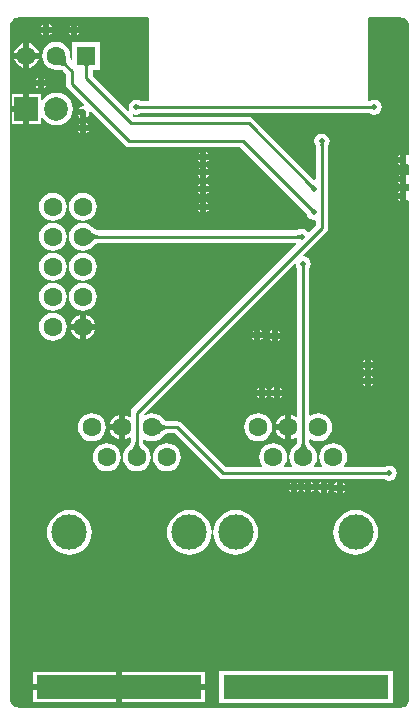
<source format=gbl>
G04*
G04 #@! TF.GenerationSoftware,Altium Limited,Altium Designer,18.0.12 (696)*
G04*
G04 Layer_Physical_Order=2*
G04 Layer_Color=16711680*
%FSLAX44Y44*%
%MOMM*%
G71*
G01*
G75*
%ADD11C,0.2540*%
%ADD41R,14.0000X2.0000*%
%ADD42C,1.6000*%
%ADD43C,2.0000*%
%ADD44R,2.0000X2.0000*%
%ADD45R,1.6000X1.6000*%
%ADD46C,0.5080*%
%ADD47C,3.0000*%
G36*
X1052710Y860825D02*
X1052845Y858729D01*
X1052973Y857806D01*
X1053141Y856964D01*
X1053348Y856205D01*
X1053596Y855529D01*
X1053884Y854935D01*
X1054212Y854424D01*
X1054579Y853995D01*
X1052783Y852199D01*
X1052354Y852566D01*
X1051843Y852894D01*
X1051249Y853182D01*
X1050573Y853430D01*
X1049814Y853637D01*
X1048972Y853805D01*
X1048048Y853933D01*
X1045953Y854069D01*
X1044782Y854076D01*
X1052702Y861996D01*
X1052710Y860825D01*
D02*
G37*
G36*
X1072401Y854081D02*
X1072185Y854005D01*
X1071994Y853878D01*
X1071829Y853700D01*
X1071690Y853472D01*
X1071575Y853192D01*
X1071486Y852862D01*
X1071423Y852481D01*
X1071385Y852049D01*
X1071372Y851566D01*
X1068832D01*
X1068819Y852049D01*
X1068781Y852481D01*
X1068718Y852862D01*
X1068629Y853192D01*
X1068514Y853472D01*
X1068375Y853700D01*
X1068210Y853878D01*
X1068019Y854005D01*
X1067803Y854081D01*
X1067562Y854107D01*
X1072642D01*
X1072401Y854081D01*
D02*
G37*
G36*
X1337742Y894268D02*
X1339565Y893513D01*
X1341130Y892312D01*
X1342331Y890747D01*
X1343086Y888924D01*
X1343329Y887081D01*
X1343306Y886968D01*
X1343306Y778120D01*
X1342036Y777738D01*
X1341120Y778351D01*
Y773938D01*
Y769526D01*
X1342036Y770138D01*
X1343306Y769756D01*
Y761610D01*
X1342036Y761228D01*
X1341120Y761841D01*
Y757428D01*
Y753016D01*
X1342036Y753628D01*
X1343306Y753246D01*
Y747640D01*
X1342036Y747258D01*
X1341120Y747870D01*
Y743458D01*
Y739045D01*
X1342036Y739658D01*
X1343306Y739276D01*
X1343306Y317500D01*
X1343329Y317387D01*
X1343086Y315544D01*
X1342331Y313721D01*
X1341130Y312156D01*
X1339565Y310955D01*
X1337742Y310200D01*
X1335898Y309957D01*
X1335786Y309979D01*
X1012952D01*
X1012840Y309957D01*
X1010996Y310200D01*
X1009173Y310955D01*
X1007608Y312156D01*
X1006407Y313721D01*
X1005652Y315544D01*
X1005409Y317388D01*
X1005432Y317500D01*
Y327660D01*
X1005431Y327660D01*
X1005432Y886968D01*
X1005409Y887081D01*
X1005652Y888924D01*
X1006407Y890747D01*
X1007608Y892312D01*
X1009173Y893513D01*
X1010996Y894268D01*
X1012840Y894511D01*
X1012952Y894489D01*
X1121833D01*
X1122934Y894080D01*
X1122937Y893219D01*
X1123156Y824467D01*
X1122259Y823568D01*
X1115944D01*
X1114744Y824370D01*
X1112266Y824862D01*
X1109788Y824370D01*
X1107688Y822966D01*
X1106284Y820866D01*
X1105792Y818388D01*
X1106271Y815978D01*
X1106216Y815899D01*
X1105087Y815367D01*
X1075282Y845171D01*
Y850266D01*
X1081912D01*
Y873886D01*
X1058292D01*
Y859011D01*
X1057022Y858314D01*
X1056954Y858357D01*
X1056781Y858630D01*
X1056712Y859122D01*
X1056593Y860963D01*
X1056587Y861873D01*
X1056614Y862076D01*
X1056208Y865159D01*
X1055018Y868032D01*
X1053125Y870499D01*
X1050658Y872392D01*
X1047785Y873582D01*
X1044702Y873988D01*
X1041619Y873582D01*
X1038746Y872392D01*
X1036279Y870499D01*
X1034386Y868032D01*
X1033196Y865159D01*
X1032790Y862076D01*
X1033196Y858993D01*
X1034386Y856120D01*
X1036279Y853653D01*
X1038746Y851760D01*
X1041619Y850570D01*
X1044702Y850164D01*
X1044905Y850191D01*
X1045815Y850185D01*
X1047656Y850066D01*
X1048326Y849973D01*
X1048920Y849854D01*
X1049390Y849726D01*
X1049730Y849601D01*
X1049941Y849499D01*
X1049977Y849476D01*
X1052730Y846723D01*
Y837946D01*
X1053125Y835964D01*
X1054248Y834284D01*
X1068092Y820439D01*
X1067675Y819503D01*
X1067498Y819237D01*
X1065580Y818855D01*
X1063900Y817732D01*
X1063149Y816610D01*
X1067562D01*
Y814070D01*
X1070102D01*
Y809658D01*
X1071225Y810407D01*
X1072347Y812088D01*
X1072729Y814006D01*
X1072995Y814183D01*
X1073931Y814600D01*
X1102507Y786023D01*
X1104188Y784901D01*
X1106170Y784507D01*
X1200291D01*
X1256371Y728426D01*
X1256652Y727010D01*
X1258056Y724910D01*
X1260156Y723506D01*
X1262634Y723014D01*
X1263331Y723152D01*
X1264313Y722346D01*
Y718679D01*
X1258590Y712957D01*
X1257326Y713082D01*
X1257052Y713492D01*
X1254952Y714896D01*
X1252474Y715388D01*
X1249996Y714896D01*
X1248796Y714093D01*
X1079652D01*
X1079608Y714103D01*
X1079372Y714184D01*
X1079024Y714341D01*
X1078577Y714587D01*
X1078047Y714927D01*
X1077477Y715339D01*
X1076023Y716549D01*
X1075549Y716989D01*
X1075477Y717083D01*
X1075308Y717213D01*
X1075229Y717286D01*
X1075145Y717338D01*
X1073010Y718976D01*
X1070137Y720166D01*
X1067054Y720572D01*
X1063971Y720166D01*
X1061098Y718976D01*
X1058631Y717083D01*
X1056738Y714616D01*
X1055548Y711743D01*
X1055142Y708660D01*
X1055548Y705577D01*
X1056738Y702704D01*
X1058631Y700237D01*
X1061098Y698344D01*
X1063971Y697154D01*
X1067054Y696748D01*
X1070137Y697154D01*
X1073010Y698344D01*
X1075477Y700237D01*
X1075670Y700489D01*
X1075702Y700510D01*
X1077180Y702003D01*
X1077751Y702507D01*
X1078296Y702939D01*
X1078774Y703270D01*
X1079173Y703506D01*
X1079483Y703653D01*
X1079690Y703726D01*
X1079727Y703735D01*
X1247571D01*
X1248098Y702465D01*
X1109111Y563479D01*
X1107989Y561798D01*
X1107595Y559816D01*
Y556485D01*
X1106324Y555859D01*
X1105389Y556577D01*
X1102825Y557639D01*
X1102614Y557667D01*
Y547370D01*
Y537073D01*
X1102825Y537101D01*
X1105389Y538163D01*
X1106324Y538881D01*
X1107595Y538255D01*
Y534610D01*
X1107585Y534568D01*
X1107508Y534347D01*
X1107356Y534018D01*
X1107115Y533595D01*
X1106778Y533091D01*
X1106370Y532552D01*
X1105153Y531165D01*
X1104513Y530518D01*
X1104351Y530393D01*
X1102458Y527926D01*
X1101268Y525053D01*
X1100862Y521970D01*
X1101268Y518887D01*
X1102458Y516014D01*
X1104351Y513547D01*
X1106818Y511654D01*
X1109691Y510464D01*
X1112774Y510058D01*
X1115857Y510464D01*
X1118730Y511654D01*
X1121197Y513547D01*
X1123090Y516014D01*
X1124280Y518887D01*
X1124686Y521970D01*
X1124280Y525053D01*
X1123090Y527926D01*
X1121197Y530393D01*
X1121034Y530518D01*
X1120396Y531165D01*
X1119178Y532552D01*
X1118770Y533091D01*
X1118434Y533594D01*
X1118192Y534018D01*
X1118040Y534347D01*
X1117962Y534568D01*
X1117953Y534610D01*
Y536819D01*
X1119093Y537380D01*
X1119518Y537054D01*
X1122391Y535864D01*
X1125474Y535458D01*
X1128557Y535864D01*
X1131430Y537054D01*
X1133897Y538947D01*
X1134022Y539109D01*
X1134669Y539748D01*
X1136056Y540966D01*
X1136595Y541374D01*
X1137098Y541711D01*
X1137522Y541952D01*
X1137851Y542104D01*
X1138073Y542182D01*
X1138114Y542191D01*
X1144919D01*
X1182263Y504846D01*
X1183944Y503723D01*
X1185926Y503329D01*
X1322964D01*
X1324164Y502526D01*
X1326642Y502034D01*
X1329120Y502526D01*
X1331220Y503930D01*
X1332624Y506030D01*
X1333116Y508508D01*
X1332624Y510986D01*
X1331220Y513086D01*
X1329120Y514490D01*
X1326642Y514982D01*
X1324164Y514490D01*
X1322964Y513688D01*
X1289111D01*
X1288549Y514827D01*
X1289460Y516014D01*
X1290650Y518887D01*
X1291056Y521970D01*
X1290650Y525053D01*
X1289460Y527926D01*
X1287567Y530393D01*
X1285100Y532286D01*
X1282227Y533476D01*
X1279144Y533882D01*
X1276061Y533476D01*
X1273188Y532286D01*
X1270721Y530393D01*
X1268828Y527926D01*
X1267638Y525053D01*
X1267232Y521970D01*
X1267638Y518887D01*
X1268828Y516014D01*
X1269739Y514827D01*
X1269177Y513688D01*
X1263710D01*
X1263149Y514827D01*
X1264060Y516014D01*
X1265250Y518887D01*
X1265656Y521970D01*
X1265250Y525053D01*
X1264060Y527926D01*
X1262167Y530393D01*
X1262004Y530518D01*
X1261366Y531165D01*
X1260148Y532552D01*
X1259740Y533091D01*
X1259404Y533594D01*
X1259162Y534018D01*
X1259010Y534347D01*
X1258932Y534568D01*
X1258923Y534610D01*
Y536819D01*
X1260063Y537380D01*
X1260488Y537054D01*
X1263361Y535864D01*
X1266444Y535458D01*
X1269527Y535864D01*
X1272400Y537054D01*
X1274867Y538947D01*
X1276760Y541414D01*
X1277950Y544287D01*
X1278356Y547370D01*
X1277950Y550453D01*
X1276760Y553326D01*
X1274867Y555793D01*
X1272400Y557686D01*
X1269527Y558876D01*
X1266444Y559282D01*
X1263361Y558876D01*
X1260488Y557686D01*
X1260063Y557360D01*
X1258923Y557921D01*
Y682122D01*
X1259726Y683322D01*
X1260218Y685800D01*
X1259726Y688278D01*
X1258322Y690378D01*
X1256222Y691782D01*
X1254252Y692173D01*
X1253756Y693473D01*
X1273155Y712871D01*
X1274277Y714552D01*
X1274671Y716534D01*
X1274671Y716534D01*
Y785754D01*
X1275474Y786954D01*
X1275966Y789432D01*
X1275474Y791910D01*
X1274070Y794010D01*
X1271970Y795414D01*
X1269492Y795906D01*
X1267014Y795414D01*
X1264914Y794010D01*
X1263510Y791910D01*
X1263018Y789432D01*
X1263510Y786954D01*
X1264313Y785754D01*
Y757251D01*
X1263043Y756724D01*
X1211179Y808588D01*
X1209498Y809711D01*
X1207516Y810106D01*
X1110347D01*
X1109245Y811208D01*
X1109777Y812338D01*
X1109856Y812393D01*
X1112266Y811914D01*
X1114744Y812406D01*
X1115944Y813208D01*
X1310010D01*
X1311210Y812406D01*
X1313688Y811914D01*
X1316166Y812406D01*
X1318266Y813810D01*
X1319670Y815910D01*
X1320162Y818388D01*
X1319670Y820866D01*
X1318266Y822966D01*
X1316166Y824370D01*
X1313688Y824862D01*
X1311210Y824370D01*
X1310132Y823649D01*
X1308862Y823961D01*
Y893219D01*
X1308862Y894080D01*
X1309963Y894489D01*
X1335786D01*
X1335898Y894511D01*
X1337742Y894268D01*
D02*
G37*
G36*
X1311874Y816610D02*
X1311765Y816706D01*
X1311638Y816793D01*
X1311493Y816869D01*
X1311329Y816935D01*
X1311148Y816991D01*
X1310948Y817037D01*
X1310729Y817072D01*
X1310493Y817098D01*
X1309964Y817118D01*
Y819658D01*
X1310237Y819663D01*
X1310729Y819704D01*
X1310948Y819739D01*
X1311148Y819785D01*
X1311329Y819841D01*
X1311493Y819907D01*
X1311638Y819983D01*
X1311765Y820070D01*
X1311874Y820166D01*
Y816610D01*
D02*
G37*
G36*
X1114189Y820070D02*
X1114316Y819983D01*
X1114461Y819907D01*
X1114624Y819841D01*
X1114806Y819785D01*
X1115006Y819739D01*
X1115225Y819704D01*
X1115462Y819678D01*
X1115990Y819658D01*
Y817118D01*
X1115716Y817113D01*
X1115225Y817072D01*
X1115006Y817037D01*
X1114806Y816991D01*
X1114624Y816935D01*
X1114461Y816869D01*
X1114316Y816793D01*
X1114189Y816706D01*
X1114080Y816610D01*
Y820166D01*
X1114189Y820070D01*
D02*
G37*
G36*
X1271173Y787509D02*
X1271087Y787382D01*
X1271011Y787237D01*
X1270945Y787074D01*
X1270889Y786892D01*
X1270843Y786692D01*
X1270808Y786473D01*
X1270782Y786236D01*
X1270762Y785708D01*
X1268222D01*
X1268217Y785982D01*
X1268176Y786473D01*
X1268141Y786692D01*
X1268095Y786892D01*
X1268039Y787074D01*
X1267973Y787237D01*
X1267897Y787382D01*
X1267811Y787509D01*
X1267714Y787618D01*
X1271270D01*
X1271173Y787509D01*
D02*
G37*
G36*
X1261350Y752896D02*
X1261726Y752577D01*
X1261906Y752447D01*
X1262079Y752338D01*
X1262248Y752249D01*
X1262410Y752180D01*
X1262567Y752131D01*
X1262718Y752103D01*
X1262863Y752094D01*
X1260348Y749579D01*
X1260340Y749725D01*
X1260311Y749875D01*
X1260262Y750032D01*
X1260193Y750194D01*
X1260104Y750362D01*
X1259995Y750536D01*
X1259865Y750716D01*
X1259716Y750901D01*
X1259357Y751289D01*
X1261153Y753085D01*
X1261350Y752896D01*
D02*
G37*
G36*
X1261096Y732830D02*
X1261472Y732511D01*
X1261652Y732381D01*
X1261825Y732272D01*
X1261994Y732183D01*
X1262156Y732114D01*
X1262313Y732065D01*
X1262464Y732037D01*
X1262609Y732028D01*
X1260094Y729513D01*
X1260086Y729659D01*
X1260057Y729809D01*
X1260008Y729966D01*
X1259939Y730128D01*
X1259850Y730296D01*
X1259741Y730470D01*
X1259611Y730650D01*
X1259462Y730835D01*
X1259103Y731223D01*
X1260899Y733019D01*
X1261096Y732830D01*
D02*
G37*
G36*
X1250660Y707136D02*
X1250551Y707233D01*
X1250424Y707319D01*
X1250279Y707395D01*
X1250116Y707461D01*
X1249934Y707517D01*
X1249734Y707563D01*
X1249515Y707598D01*
X1249278Y707624D01*
X1248750Y707644D01*
Y710184D01*
X1249024Y710189D01*
X1249515Y710230D01*
X1249734Y710265D01*
X1249934Y710311D01*
X1250116Y710367D01*
X1250279Y710433D01*
X1250424Y710509D01*
X1250551Y710595D01*
X1250660Y710692D01*
Y707136D01*
D02*
G37*
G36*
X1073458Y713630D02*
X1075094Y712269D01*
X1075859Y711716D01*
X1076589Y711248D01*
X1077283Y710865D01*
X1077942Y710567D01*
X1078566Y710354D01*
X1079154Y710227D01*
X1079707Y710184D01*
X1079789Y707644D01*
X1079217Y707600D01*
X1078619Y707468D01*
X1077997Y707248D01*
X1077349Y706940D01*
X1076677Y706544D01*
X1075980Y706060D01*
X1075258Y705488D01*
X1074511Y704828D01*
X1072942Y703244D01*
X1072587Y714439D01*
X1073458Y713630D01*
D02*
G37*
G36*
X1255425Y683877D02*
X1255339Y683750D01*
X1255263Y683605D01*
X1255197Y683441D01*
X1255141Y683260D01*
X1255095Y683059D01*
X1255060Y682841D01*
X1255034Y682605D01*
X1255014Y682076D01*
X1252474D01*
X1252469Y682349D01*
X1252428Y682841D01*
X1252393Y683059D01*
X1252347Y683260D01*
X1252291Y683441D01*
X1252225Y683605D01*
X1252149Y683750D01*
X1252063Y683877D01*
X1251966Y683986D01*
X1255522D01*
X1255425Y683877D01*
D02*
G37*
G36*
X1247371Y685292D02*
X1247762Y683322D01*
X1248565Y682122D01*
Y556485D01*
X1247294Y555859D01*
X1246359Y556577D01*
X1243795Y557639D01*
X1243584Y557667D01*
Y547370D01*
Y537073D01*
X1243795Y537101D01*
X1246359Y538163D01*
X1247294Y538881D01*
X1248565Y538255D01*
Y534610D01*
X1248555Y534568D01*
X1248478Y534347D01*
X1248326Y534018D01*
X1248085Y533595D01*
X1247748Y533091D01*
X1247340Y532552D01*
X1246123Y531165D01*
X1245483Y530518D01*
X1245321Y530393D01*
X1243428Y527926D01*
X1242238Y525053D01*
X1241832Y521970D01*
X1242238Y518887D01*
X1243428Y516014D01*
X1244339Y514827D01*
X1243777Y513688D01*
X1238310D01*
X1237749Y514827D01*
X1238660Y516014D01*
X1239850Y518887D01*
X1240256Y521970D01*
X1239850Y525053D01*
X1238660Y527926D01*
X1236767Y530393D01*
X1234300Y532286D01*
X1231427Y533476D01*
X1228344Y533882D01*
X1225261Y533476D01*
X1222388Y532286D01*
X1219921Y530393D01*
X1218028Y527926D01*
X1216838Y525053D01*
X1216432Y521970D01*
X1216838Y518887D01*
X1218028Y516014D01*
X1218939Y514827D01*
X1218378Y513688D01*
X1188071D01*
X1150726Y551032D01*
X1149046Y552155D01*
X1147064Y552550D01*
X1138114D01*
X1138073Y552559D01*
X1137851Y552636D01*
X1137522Y552788D01*
X1137098Y553029D01*
X1136595Y553366D01*
X1136056Y553774D01*
X1134669Y554991D01*
X1134022Y555630D01*
X1133897Y555793D01*
X1131430Y557686D01*
X1128557Y558876D01*
X1125474Y559282D01*
X1122391Y558876D01*
X1119940Y557861D01*
X1119220Y558937D01*
X1246071Y685788D01*
X1247371Y685292D01*
D02*
G37*
G36*
X1132021Y552147D02*
X1133598Y550762D01*
X1134342Y550199D01*
X1135056Y549723D01*
X1135739Y549333D01*
X1136393Y549030D01*
X1137016Y548813D01*
X1137609Y548683D01*
X1138173Y548640D01*
Y546100D01*
X1137609Y546057D01*
X1137016Y545927D01*
X1136393Y545710D01*
X1135739Y545407D01*
X1135056Y545018D01*
X1134342Y544541D01*
X1133598Y543978D01*
X1132021Y542593D01*
X1131187Y541770D01*
Y552970D01*
X1132021Y552147D01*
D02*
G37*
G36*
X1255057Y534105D02*
X1255187Y533512D01*
X1255404Y532889D01*
X1255707Y532235D01*
X1256096Y531552D01*
X1256573Y530838D01*
X1257136Y530094D01*
X1258521Y528517D01*
X1259344Y527683D01*
X1248144D01*
X1248967Y528517D01*
X1250352Y530094D01*
X1250915Y530838D01*
X1251392Y531552D01*
X1251781Y532235D01*
X1252084Y532889D01*
X1252301Y533512D01*
X1252431Y534105D01*
X1252474Y534669D01*
X1255014D01*
X1255057Y534105D01*
D02*
G37*
G36*
X1114087D02*
X1114217Y533512D01*
X1114434Y532889D01*
X1114737Y532235D01*
X1115126Y531552D01*
X1115603Y530838D01*
X1116166Y530094D01*
X1117551Y528517D01*
X1118374Y527683D01*
X1107174D01*
X1107997Y528517D01*
X1109382Y530094D01*
X1109945Y530838D01*
X1110422Y531552D01*
X1110811Y532235D01*
X1111114Y532889D01*
X1111331Y533512D01*
X1111461Y534105D01*
X1111504Y534669D01*
X1114044D01*
X1114087Y534105D01*
D02*
G37*
G36*
X1324828Y506730D02*
X1324719Y506827D01*
X1324592Y506913D01*
X1324447Y506989D01*
X1324283Y507055D01*
X1324102Y507111D01*
X1323902Y507157D01*
X1323683Y507192D01*
X1323447Y507218D01*
X1322918Y507238D01*
Y509778D01*
X1323192Y509783D01*
X1323683Y509824D01*
X1323902Y509859D01*
X1324102Y509905D01*
X1324283Y509961D01*
X1324447Y510027D01*
X1324592Y510103D01*
X1324719Y510190D01*
X1324828Y510286D01*
Y506730D01*
D02*
G37*
%LPC*%
G36*
X1038860Y888587D02*
Y886714D01*
X1040732D01*
X1039983Y887837D01*
X1038860Y888587D01*
D02*
G37*
G36*
X1033780D02*
X1032657Y887837D01*
X1031908Y886714D01*
X1033780D01*
Y888587D01*
D02*
G37*
G36*
X1062228Y888079D02*
Y886206D01*
X1064100D01*
X1063351Y887328D01*
X1062228Y888079D01*
D02*
G37*
G36*
X1057148D02*
X1056025Y887328D01*
X1055275Y886206D01*
X1057148D01*
Y888079D01*
D02*
G37*
G36*
X1040732Y881634D02*
X1038860D01*
Y879762D01*
X1039983Y880511D01*
X1040732Y881634D01*
D02*
G37*
G36*
X1033780D02*
X1031908D01*
X1032657Y880511D01*
X1033780Y879762D01*
Y881634D01*
D02*
G37*
G36*
X1064100Y881126D02*
X1062228D01*
Y879253D01*
X1063351Y880004D01*
X1064100Y881126D01*
D02*
G37*
G36*
X1057148D02*
X1055275D01*
X1056025Y880004D01*
X1057148Y879253D01*
Y881126D01*
D02*
G37*
G36*
X1021842Y872373D02*
Y864616D01*
X1029599D01*
X1029571Y864827D01*
X1028509Y867392D01*
X1026819Y869593D01*
X1024617Y871283D01*
X1022054Y872345D01*
X1021842Y872373D01*
D02*
G37*
G36*
X1016762D02*
X1016551Y872345D01*
X1013987Y871283D01*
X1011785Y869593D01*
X1010095Y867392D01*
X1009033Y864827D01*
X1009005Y864616D01*
X1016762D01*
Y872373D01*
D02*
G37*
G36*
X1029599Y859536D02*
X1021842D01*
Y851779D01*
X1022054Y851807D01*
X1024617Y852869D01*
X1026819Y854559D01*
X1028509Y856760D01*
X1029571Y859324D01*
X1029599Y859536D01*
D02*
G37*
G36*
X1016762D02*
X1009005D01*
X1009033Y859324D01*
X1010095Y856760D01*
X1011785Y854559D01*
X1013987Y852869D01*
X1016551Y851807D01*
X1016762Y851779D01*
Y859536D01*
D02*
G37*
G36*
X1034034Y843120D02*
Y841248D01*
X1035907D01*
X1035156Y842371D01*
X1034034Y843120D01*
D02*
G37*
G36*
X1028954D02*
X1027831Y842371D01*
X1027082Y841248D01*
X1028954D01*
Y843120D01*
D02*
G37*
G36*
X1035907Y836168D02*
X1034034D01*
Y834296D01*
X1035156Y835045D01*
X1035907Y836168D01*
D02*
G37*
G36*
X1028954D02*
X1027082D01*
X1027831Y835045D01*
X1028954Y834296D01*
Y836168D01*
D02*
G37*
G36*
X1044702Y830793D02*
X1041097Y830319D01*
X1037737Y828927D01*
X1034853Y826713D01*
X1033112Y824445D01*
X1031842Y824876D01*
Y829404D01*
X1021842D01*
Y816864D01*
Y804324D01*
X1031842D01*
Y808852D01*
X1033112Y809283D01*
X1034853Y807015D01*
X1037737Y804801D01*
X1041097Y803409D01*
X1044702Y802935D01*
X1048307Y803409D01*
X1051667Y804801D01*
X1054551Y807015D01*
X1056765Y809899D01*
X1058157Y813259D01*
X1058631Y816864D01*
X1058157Y820469D01*
X1056765Y823829D01*
X1054551Y826713D01*
X1051667Y828927D01*
X1048307Y830319D01*
X1044702Y830793D01*
D02*
G37*
G36*
X1016762Y829404D02*
X1006762D01*
Y819404D01*
X1016762D01*
Y829404D01*
D02*
G37*
G36*
X1065022Y811530D02*
X1063149D01*
X1063900Y810407D01*
X1065022Y809658D01*
Y811530D01*
D02*
G37*
G36*
X1016762Y814324D02*
X1006762D01*
Y804324D01*
X1016762D01*
Y814324D01*
D02*
G37*
G36*
X1070102Y805275D02*
Y803402D01*
X1071974D01*
X1071225Y804525D01*
X1070102Y805275D01*
D02*
G37*
G36*
X1065022D02*
X1063900Y804525D01*
X1063149Y803402D01*
X1065022D01*
Y805275D01*
D02*
G37*
G36*
X1071974Y798322D02*
X1070102D01*
Y796450D01*
X1071225Y797199D01*
X1071974Y798322D01*
D02*
G37*
G36*
X1065022D02*
X1063149D01*
X1063900Y797199D01*
X1065022Y796450D01*
Y798322D01*
D02*
G37*
G36*
X1171702Y780637D02*
Y778764D01*
X1173575D01*
X1172824Y779886D01*
X1171702Y780637D01*
D02*
G37*
G36*
X1166622D02*
X1165499Y779886D01*
X1164750Y778764D01*
X1166622D01*
Y780637D01*
D02*
G37*
G36*
X1336040Y778351D02*
X1334917Y777600D01*
X1334167Y776478D01*
X1336040D01*
Y778351D01*
D02*
G37*
G36*
X1173575Y773684D02*
X1171702D01*
Y771812D01*
X1172824Y772561D01*
X1173575Y773684D01*
D02*
G37*
G36*
X1166622D02*
X1164750D01*
X1165499Y772561D01*
X1166622Y771812D01*
Y773684D01*
D02*
G37*
G36*
X1336040Y771398D02*
X1334167D01*
X1334917Y770275D01*
X1336040Y769526D01*
Y771398D01*
D02*
G37*
G36*
X1171702Y767682D02*
Y765810D01*
X1173575D01*
X1172824Y766933D01*
X1171702Y767682D01*
D02*
G37*
G36*
X1166622D02*
X1165499Y766933D01*
X1164750Y765810D01*
X1166622D01*
Y767682D01*
D02*
G37*
G36*
X1336040Y761841D02*
X1334917Y761090D01*
X1334167Y759968D01*
X1336040D01*
Y761841D01*
D02*
G37*
G36*
X1173575Y760730D02*
X1171702D01*
Y758857D01*
X1172824Y759607D01*
X1173575Y760730D01*
D02*
G37*
G36*
X1166622D02*
X1164750D01*
X1165499Y759607D01*
X1166622Y758857D01*
Y760730D01*
D02*
G37*
G36*
X1336040Y754888D02*
X1334167D01*
X1334917Y753765D01*
X1336040Y753016D01*
Y754888D01*
D02*
G37*
G36*
X1171702Y753712D02*
Y751840D01*
X1173575D01*
X1172824Y752962D01*
X1171702Y753712D01*
D02*
G37*
G36*
X1166622D02*
X1165499Y752962D01*
X1164750Y751840D01*
X1166622D01*
Y753712D01*
D02*
G37*
G36*
X1336040Y747870D02*
X1334917Y747121D01*
X1334167Y745998D01*
X1336040D01*
Y747870D01*
D02*
G37*
G36*
X1173575Y746760D02*
X1171702D01*
Y744887D01*
X1172824Y745638D01*
X1173575Y746760D01*
D02*
G37*
G36*
X1166622D02*
X1164750D01*
X1165499Y745638D01*
X1166622Y744887D01*
Y746760D01*
D02*
G37*
G36*
X1336040Y740918D02*
X1334167D01*
X1334917Y739796D01*
X1336040Y739045D01*
Y740918D01*
D02*
G37*
G36*
X1171702Y738219D02*
Y736346D01*
X1173575D01*
X1172824Y737468D01*
X1171702Y738219D01*
D02*
G37*
G36*
X1166622D02*
X1165499Y737468D01*
X1164750Y736346D01*
X1166622D01*
Y738219D01*
D02*
G37*
G36*
X1173575Y731266D02*
X1171702D01*
Y729393D01*
X1172824Y730144D01*
X1173575Y731266D01*
D02*
G37*
G36*
X1166622D02*
X1164750D01*
X1165499Y730144D01*
X1166622Y729393D01*
Y731266D01*
D02*
G37*
G36*
X1067054Y745972D02*
X1063971Y745566D01*
X1061098Y744376D01*
X1058631Y742483D01*
X1056738Y740016D01*
X1055548Y737143D01*
X1055142Y734060D01*
X1055548Y730977D01*
X1056738Y728104D01*
X1058631Y725637D01*
X1061098Y723744D01*
X1063971Y722554D01*
X1067054Y722148D01*
X1070137Y722554D01*
X1073010Y723744D01*
X1075477Y725637D01*
X1077370Y728104D01*
X1078560Y730977D01*
X1078966Y734060D01*
X1078560Y737143D01*
X1077370Y740016D01*
X1075477Y742483D01*
X1073010Y744376D01*
X1070137Y745566D01*
X1067054Y745972D01*
D02*
G37*
G36*
X1041654D02*
X1038571Y745566D01*
X1035698Y744376D01*
X1033231Y742483D01*
X1031338Y740016D01*
X1030148Y737143D01*
X1029742Y734060D01*
X1030148Y730977D01*
X1031338Y728104D01*
X1033231Y725637D01*
X1035698Y723744D01*
X1038571Y722554D01*
X1041654Y722148D01*
X1044737Y722554D01*
X1047610Y723744D01*
X1050077Y725637D01*
X1051970Y728104D01*
X1053160Y730977D01*
X1053566Y734060D01*
X1053160Y737143D01*
X1051970Y740016D01*
X1050077Y742483D01*
X1047610Y744376D01*
X1044737Y745566D01*
X1041654Y745972D01*
D02*
G37*
G36*
Y720572D02*
X1038571Y720166D01*
X1035698Y718976D01*
X1033231Y717083D01*
X1031338Y714616D01*
X1030148Y711743D01*
X1029742Y708660D01*
X1030148Y705577D01*
X1031338Y702704D01*
X1033231Y700237D01*
X1035698Y698344D01*
X1038571Y697154D01*
X1041654Y696748D01*
X1044737Y697154D01*
X1047610Y698344D01*
X1050077Y700237D01*
X1051970Y702704D01*
X1053160Y705577D01*
X1053566Y708660D01*
X1053160Y711743D01*
X1051970Y714616D01*
X1050077Y717083D01*
X1047610Y718976D01*
X1044737Y720166D01*
X1041654Y720572D01*
D02*
G37*
G36*
X1067054Y695172D02*
X1063971Y694766D01*
X1061098Y693576D01*
X1058631Y691683D01*
X1056738Y689216D01*
X1055548Y686343D01*
X1055142Y683260D01*
X1055548Y680177D01*
X1056738Y677304D01*
X1058631Y674837D01*
X1061098Y672944D01*
X1063971Y671754D01*
X1067054Y671348D01*
X1070137Y671754D01*
X1073010Y672944D01*
X1075477Y674837D01*
X1077370Y677304D01*
X1078560Y680177D01*
X1078966Y683260D01*
X1078560Y686343D01*
X1077370Y689216D01*
X1075477Y691683D01*
X1073010Y693576D01*
X1070137Y694766D01*
X1067054Y695172D01*
D02*
G37*
G36*
X1041654D02*
X1038571Y694766D01*
X1035698Y693576D01*
X1033231Y691683D01*
X1031338Y689216D01*
X1030148Y686343D01*
X1029742Y683260D01*
X1030148Y680177D01*
X1031338Y677304D01*
X1033231Y674837D01*
X1035698Y672944D01*
X1038571Y671754D01*
X1041654Y671348D01*
X1044737Y671754D01*
X1047610Y672944D01*
X1050077Y674837D01*
X1051970Y677304D01*
X1053160Y680177D01*
X1053566Y683260D01*
X1053160Y686343D01*
X1051970Y689216D01*
X1050077Y691683D01*
X1047610Y693576D01*
X1044737Y694766D01*
X1041654Y695172D01*
D02*
G37*
G36*
X1067054Y669772D02*
X1063971Y669366D01*
X1061098Y668176D01*
X1058631Y666283D01*
X1056738Y663816D01*
X1055548Y660943D01*
X1055142Y657860D01*
X1055548Y654777D01*
X1056738Y651904D01*
X1058631Y649437D01*
X1061098Y647544D01*
X1063971Y646354D01*
X1067054Y645948D01*
X1070137Y646354D01*
X1073010Y647544D01*
X1075477Y649437D01*
X1077370Y651904D01*
X1078560Y654777D01*
X1078966Y657860D01*
X1078560Y660943D01*
X1077370Y663816D01*
X1075477Y666283D01*
X1073010Y668176D01*
X1070137Y669366D01*
X1067054Y669772D01*
D02*
G37*
G36*
X1041654D02*
X1038571Y669366D01*
X1035698Y668176D01*
X1033231Y666283D01*
X1031338Y663816D01*
X1030148Y660943D01*
X1029742Y657860D01*
X1030148Y654777D01*
X1031338Y651904D01*
X1033231Y649437D01*
X1035698Y647544D01*
X1038571Y646354D01*
X1041654Y645948D01*
X1044737Y646354D01*
X1047610Y647544D01*
X1050077Y649437D01*
X1051970Y651904D01*
X1053160Y654777D01*
X1053566Y657860D01*
X1053160Y660943D01*
X1051970Y663816D01*
X1050077Y666283D01*
X1047610Y668176D01*
X1044737Y669366D01*
X1041654Y669772D01*
D02*
G37*
G36*
X1069594Y642757D02*
Y635000D01*
X1077351D01*
X1077323Y635211D01*
X1076261Y637775D01*
X1074571Y639977D01*
X1072370Y641667D01*
X1069806Y642729D01*
X1069594Y642757D01*
D02*
G37*
G36*
X1064514D02*
X1064303Y642729D01*
X1061739Y641667D01*
X1059537Y639977D01*
X1057847Y637775D01*
X1056785Y635211D01*
X1056757Y635000D01*
X1064514D01*
Y642757D01*
D02*
G37*
G36*
X1077351Y629920D02*
X1069594D01*
Y622163D01*
X1069806Y622191D01*
X1072370Y623253D01*
X1074571Y624943D01*
X1076261Y627145D01*
X1077323Y629709D01*
X1077351Y629920D01*
D02*
G37*
G36*
X1064514D02*
X1056757D01*
X1056785Y629709D01*
X1057847Y627145D01*
X1059537Y624943D01*
X1061739Y623253D01*
X1064303Y622191D01*
X1064514Y622163D01*
Y629920D01*
D02*
G37*
G36*
X1041654Y644372D02*
X1038571Y643966D01*
X1035698Y642776D01*
X1033231Y640883D01*
X1031338Y638416D01*
X1030148Y635543D01*
X1029742Y632460D01*
X1030148Y629377D01*
X1031338Y626504D01*
X1033231Y624037D01*
X1035698Y622144D01*
X1038571Y620954D01*
X1041654Y620548D01*
X1044737Y620954D01*
X1047610Y622144D01*
X1050077Y624037D01*
X1051970Y626504D01*
X1053160Y629377D01*
X1053566Y632460D01*
X1053160Y635543D01*
X1051970Y638416D01*
X1050077Y640883D01*
X1047610Y642776D01*
X1044737Y643966D01*
X1041654Y644372D01*
D02*
G37*
G36*
X1311148Y604869D02*
Y602996D01*
X1313020D01*
X1312271Y604118D01*
X1311148Y604869D01*
D02*
G37*
G36*
X1306068D02*
X1304946Y604118D01*
X1304196Y602996D01*
X1306068D01*
Y604869D01*
D02*
G37*
G36*
X1313020Y597916D02*
X1311148D01*
Y596044D01*
X1312271Y596794D01*
X1313020Y597916D01*
D02*
G37*
G36*
X1306068D02*
X1304196D01*
X1304946Y596794D01*
X1306068Y596044D01*
Y597916D01*
D02*
G37*
G36*
X1311148Y591152D02*
Y589280D01*
X1313020D01*
X1312271Y590402D01*
X1311148Y591152D01*
D02*
G37*
G36*
X1306068D02*
X1304946Y590402D01*
X1304196Y589280D01*
X1306068D01*
Y591152D01*
D02*
G37*
G36*
X1313020Y584200D02*
X1311148D01*
Y582327D01*
X1312271Y583078D01*
X1313020Y584200D01*
D02*
G37*
G36*
X1306068D02*
X1304196D01*
X1304946Y583078D01*
X1306068Y582327D01*
Y584200D01*
D02*
G37*
G36*
X1097534Y557667D02*
X1097322Y557639D01*
X1094759Y556577D01*
X1092557Y554887D01*
X1090867Y552686D01*
X1089805Y550121D01*
X1089777Y549910D01*
X1097534D01*
Y557667D01*
D02*
G37*
G36*
Y544830D02*
X1089777D01*
X1089805Y544618D01*
X1090867Y542054D01*
X1092557Y539853D01*
X1094759Y538163D01*
X1097322Y537101D01*
X1097534Y537073D01*
Y544830D01*
D02*
G37*
G36*
X1074674Y559282D02*
X1071591Y558876D01*
X1068718Y557686D01*
X1066251Y555793D01*
X1064358Y553326D01*
X1063168Y550453D01*
X1062762Y547370D01*
X1063168Y544287D01*
X1064358Y541414D01*
X1066251Y538947D01*
X1068718Y537054D01*
X1071591Y535864D01*
X1074674Y535458D01*
X1077757Y535864D01*
X1080630Y537054D01*
X1083097Y538947D01*
X1084990Y541414D01*
X1086180Y544287D01*
X1086586Y547370D01*
X1086180Y550453D01*
X1084990Y553326D01*
X1083097Y555793D01*
X1080630Y557686D01*
X1077757Y558876D01*
X1074674Y559282D01*
D02*
G37*
G36*
X1138174Y533882D02*
X1135091Y533476D01*
X1132218Y532286D01*
X1129751Y530393D01*
X1127858Y527926D01*
X1126668Y525053D01*
X1126262Y521970D01*
X1126668Y518887D01*
X1127858Y516014D01*
X1129751Y513547D01*
X1132218Y511654D01*
X1135091Y510464D01*
X1138174Y510058D01*
X1141257Y510464D01*
X1144130Y511654D01*
X1146597Y513547D01*
X1148490Y516014D01*
X1149680Y518887D01*
X1150086Y521970D01*
X1149680Y525053D01*
X1148490Y527926D01*
X1146597Y530393D01*
X1144130Y532286D01*
X1141257Y533476D01*
X1138174Y533882D01*
D02*
G37*
G36*
X1087374D02*
X1084291Y533476D01*
X1081418Y532286D01*
X1078951Y530393D01*
X1077058Y527926D01*
X1075868Y525053D01*
X1075462Y521970D01*
X1075868Y518887D01*
X1077058Y516014D01*
X1078951Y513547D01*
X1081418Y511654D01*
X1084291Y510464D01*
X1087374Y510058D01*
X1090457Y510464D01*
X1093330Y511654D01*
X1095797Y513547D01*
X1097690Y516014D01*
X1098880Y518887D01*
X1099286Y521970D01*
X1098880Y525053D01*
X1097690Y527926D01*
X1095797Y530393D01*
X1093330Y532286D01*
X1090457Y533476D01*
X1087374Y533882D01*
D02*
G37*
G36*
X1260602Y501236D02*
Y499364D01*
X1262475D01*
X1261724Y500486D01*
X1260602Y501236D01*
D02*
G37*
G36*
X1255522D02*
X1254399Y500486D01*
X1253650Y499364D01*
X1255522D01*
Y501236D01*
D02*
G37*
G36*
X1248410D02*
Y499364D01*
X1250283D01*
X1249532Y500486D01*
X1248410Y501236D01*
D02*
G37*
G36*
X1243330D02*
X1242207Y500486D01*
X1241458Y499364D01*
X1243330D01*
Y501236D01*
D02*
G37*
G36*
X1273556Y500983D02*
Y499110D01*
X1275428D01*
X1274678Y500233D01*
X1273556Y500983D01*
D02*
G37*
G36*
X1268476D02*
X1267354Y500233D01*
X1266603Y499110D01*
X1268476D01*
Y500983D01*
D02*
G37*
G36*
X1287018Y500728D02*
Y498856D01*
X1288891D01*
X1288141Y499978D01*
X1287018Y500728D01*
D02*
G37*
G36*
X1281938D02*
X1280815Y499978D01*
X1280065Y498856D01*
X1281938D01*
Y500728D01*
D02*
G37*
G36*
X1262475Y494284D02*
X1260602D01*
Y492411D01*
X1261724Y493162D01*
X1262475Y494284D01*
D02*
G37*
G36*
X1255522D02*
X1253650D01*
X1254399Y493162D01*
X1255522Y492411D01*
Y494284D01*
D02*
G37*
G36*
X1250283D02*
X1248410D01*
Y492411D01*
X1249532Y493162D01*
X1250283Y494284D01*
D02*
G37*
G36*
X1243330D02*
X1241458D01*
X1242207Y493162D01*
X1243330Y492411D01*
Y494284D01*
D02*
G37*
G36*
X1275428Y494030D02*
X1273556D01*
Y492158D01*
X1274678Y492907D01*
X1275428Y494030D01*
D02*
G37*
G36*
X1268476D02*
X1266603D01*
X1267354Y492907D01*
X1268476Y492158D01*
Y494030D01*
D02*
G37*
G36*
X1288891Y493776D02*
X1287018D01*
Y491903D01*
X1288141Y492654D01*
X1288891Y493776D01*
D02*
G37*
G36*
X1281938D02*
X1280065D01*
X1280815Y492654D01*
X1281938Y491903D01*
Y493776D01*
D02*
G37*
G36*
X1298194Y477371D02*
X1294507Y477008D01*
X1290961Y475932D01*
X1287693Y474186D01*
X1284829Y471835D01*
X1282478Y468971D01*
X1280732Y465703D01*
X1279656Y462157D01*
X1279293Y458470D01*
X1279656Y454783D01*
X1280732Y451237D01*
X1282478Y447969D01*
X1284829Y445105D01*
X1287693Y442754D01*
X1290961Y441008D01*
X1294507Y439932D01*
X1298194Y439569D01*
X1301881Y439932D01*
X1305427Y441008D01*
X1308695Y442754D01*
X1311559Y445105D01*
X1313910Y447969D01*
X1315656Y451237D01*
X1316732Y454783D01*
X1317095Y458470D01*
X1316732Y462157D01*
X1315656Y465703D01*
X1313910Y468971D01*
X1311559Y471835D01*
X1308695Y474186D01*
X1305427Y475932D01*
X1301881Y477008D01*
X1298194Y477371D01*
D02*
G37*
G36*
X1196594D02*
X1192907Y477008D01*
X1189361Y475932D01*
X1186093Y474186D01*
X1183229Y471835D01*
X1180878Y468971D01*
X1179132Y465703D01*
X1178056Y462157D01*
X1177693Y458470D01*
X1178056Y454783D01*
X1179132Y451237D01*
X1180878Y447969D01*
X1183229Y445105D01*
X1186093Y442754D01*
X1189361Y441008D01*
X1192907Y439932D01*
X1196594Y439569D01*
X1200281Y439932D01*
X1203827Y441008D01*
X1207095Y442754D01*
X1209959Y445105D01*
X1212310Y447969D01*
X1214056Y451237D01*
X1215132Y454783D01*
X1215495Y458470D01*
X1215132Y462157D01*
X1214056Y465703D01*
X1212310Y468971D01*
X1209959Y471835D01*
X1207095Y474186D01*
X1203827Y475932D01*
X1200281Y477008D01*
X1196594Y477371D01*
D02*
G37*
G36*
X1157224D02*
X1153537Y477008D01*
X1149991Y475932D01*
X1146723Y474186D01*
X1143859Y471835D01*
X1141508Y468971D01*
X1139762Y465703D01*
X1138686Y462157D01*
X1138323Y458470D01*
X1138686Y454783D01*
X1139762Y451237D01*
X1141508Y447969D01*
X1143859Y445105D01*
X1146723Y442754D01*
X1149991Y441008D01*
X1153537Y439932D01*
X1157224Y439569D01*
X1160911Y439932D01*
X1164457Y441008D01*
X1167725Y442754D01*
X1170589Y445105D01*
X1172940Y447969D01*
X1174686Y451237D01*
X1175762Y454783D01*
X1176125Y458470D01*
X1175762Y462157D01*
X1174686Y465703D01*
X1172940Y468971D01*
X1170589Y471835D01*
X1167725Y474186D01*
X1164457Y475932D01*
X1160911Y477008D01*
X1157224Y477371D01*
D02*
G37*
G36*
X1055624D02*
X1051937Y477008D01*
X1048391Y475932D01*
X1045123Y474186D01*
X1042259Y471835D01*
X1039908Y468971D01*
X1038162Y465703D01*
X1037086Y462157D01*
X1036723Y458470D01*
X1037086Y454783D01*
X1038162Y451237D01*
X1039908Y447969D01*
X1042259Y445105D01*
X1045123Y442754D01*
X1048391Y441008D01*
X1051937Y439932D01*
X1055624Y439569D01*
X1059311Y439932D01*
X1062857Y441008D01*
X1066125Y442754D01*
X1068989Y445105D01*
X1071340Y447969D01*
X1073086Y451237D01*
X1074162Y454783D01*
X1074525Y458470D01*
X1074162Y462157D01*
X1073086Y465703D01*
X1071340Y468971D01*
X1068989Y471835D01*
X1066125Y474186D01*
X1062857Y475932D01*
X1059311Y477008D01*
X1055624Y477371D01*
D02*
G37*
G36*
X1170328Y340200D02*
X1100328D01*
Y330200D01*
X1170328D01*
Y340200D01*
D02*
G37*
G36*
X1095248D02*
X1025248D01*
Y330200D01*
X1095248D01*
Y340200D01*
D02*
G37*
G36*
X1170328Y325120D02*
X1100328D01*
Y315120D01*
X1170328D01*
Y325120D01*
D02*
G37*
G36*
X1095248D02*
X1025248D01*
Y315120D01*
X1095248D01*
Y325120D01*
D02*
G37*
G36*
X1329586Y341470D02*
X1181966D01*
Y313850D01*
X1329586D01*
Y341470D01*
D02*
G37*
G36*
X1217422Y630014D02*
Y628142D01*
X1219295D01*
X1218544Y629264D01*
X1217422Y630014D01*
D02*
G37*
G36*
X1212342D02*
X1211219Y629264D01*
X1210470Y628142D01*
X1212342D01*
Y630014D01*
D02*
G37*
G36*
X1232154Y629506D02*
Y627634D01*
X1234026D01*
X1233277Y628756D01*
X1232154Y629506D01*
D02*
G37*
G36*
X1227074D02*
X1225952Y628756D01*
X1225201Y627634D01*
X1227074D01*
Y629506D01*
D02*
G37*
G36*
X1219295Y623062D02*
X1217422D01*
Y621189D01*
X1218544Y621940D01*
X1219295Y623062D01*
D02*
G37*
G36*
X1212342D02*
X1210470D01*
X1211219Y621940D01*
X1212342Y621189D01*
Y623062D01*
D02*
G37*
G36*
X1234026Y622554D02*
X1232154D01*
Y620681D01*
X1233277Y621432D01*
X1234026Y622554D01*
D02*
G37*
G36*
X1227074D02*
X1225201D01*
X1225952Y621432D01*
X1227074Y620681D01*
Y622554D01*
D02*
G37*
G36*
X1233678Y581246D02*
Y579374D01*
X1235551D01*
X1234800Y580496D01*
X1233678Y581246D01*
D02*
G37*
G36*
X1228598D02*
X1227476Y580496D01*
X1226725Y579374D01*
X1228598D01*
Y581246D01*
D02*
G37*
G36*
X1221232D02*
Y579374D01*
X1223104D01*
X1222355Y580496D01*
X1221232Y581246D01*
D02*
G37*
G36*
X1216152D02*
X1215030Y580496D01*
X1214279Y579374D01*
X1216152D01*
Y581246D01*
D02*
G37*
G36*
X1235551Y574294D02*
X1233678D01*
Y572421D01*
X1234800Y573172D01*
X1235551Y574294D01*
D02*
G37*
G36*
X1228598D02*
X1226725D01*
X1227476Y573172D01*
X1228598Y572421D01*
Y574294D01*
D02*
G37*
G36*
X1223104D02*
X1221232D01*
Y572421D01*
X1222355Y573172D01*
X1223104Y574294D01*
D02*
G37*
G36*
X1216152D02*
X1214279D01*
X1215030Y573172D01*
X1216152Y572421D01*
Y574294D01*
D02*
G37*
G36*
X1238504Y557667D02*
X1238292Y557639D01*
X1235729Y556577D01*
X1233527Y554887D01*
X1231837Y552686D01*
X1230775Y550121D01*
X1230747Y549910D01*
X1238504D01*
Y557667D01*
D02*
G37*
G36*
Y544830D02*
X1230747D01*
X1230775Y544618D01*
X1231837Y542054D01*
X1233527Y539853D01*
X1235729Y538163D01*
X1238292Y537101D01*
X1238504Y537073D01*
Y544830D01*
D02*
G37*
G36*
X1215644Y559282D02*
X1212561Y558876D01*
X1209688Y557686D01*
X1207221Y555793D01*
X1205328Y553326D01*
X1204138Y550453D01*
X1203732Y547370D01*
X1204138Y544287D01*
X1205328Y541414D01*
X1207221Y538947D01*
X1209688Y537054D01*
X1212561Y535864D01*
X1215644Y535458D01*
X1218727Y535864D01*
X1221600Y537054D01*
X1224067Y538947D01*
X1225960Y541414D01*
X1227150Y544287D01*
X1227556Y547370D01*
X1227150Y550453D01*
X1225960Y553326D01*
X1224067Y555793D01*
X1221600Y557686D01*
X1218727Y558876D01*
X1215644Y559282D01*
D02*
G37*
%LPD*%
D11*
X1253744Y521970D02*
Y685800D01*
X1112774Y559816D02*
X1269492Y716534D01*
X1112774Y521970D02*
Y559816D01*
X1044702Y862076D02*
X1057910Y848868D01*
Y837946D02*
Y848868D01*
Y837946D02*
X1106170Y789686D01*
X1202436D01*
X1108202Y804926D02*
X1207516D01*
X1070102Y843026D02*
X1108202Y804926D01*
X1070102Y843026D02*
Y862076D01*
X1185926Y508508D02*
X1326642D01*
X1147064Y547370D02*
X1185926Y508508D01*
X1126236Y547370D02*
X1147064D01*
X1269492Y716534D02*
Y789432D01*
X1067054Y708660D02*
X1067308Y708914D01*
X1252474D01*
X1207516Y804926D02*
X1262888Y749554D01*
X1202436Y789686D02*
X1262634Y729488D01*
X1112266Y818388D02*
X1313688D01*
D41*
X1097788Y327660D02*
D03*
X1255776D02*
D03*
D42*
X1067054Y632460D02*
D03*
X1041654D02*
D03*
X1067054Y657860D02*
D03*
X1041654D02*
D03*
X1067054Y683260D02*
D03*
X1041654D02*
D03*
X1067054Y708660D02*
D03*
X1041654D02*
D03*
X1067054Y734060D02*
D03*
X1041654D02*
D03*
X1138174Y521970D02*
D03*
X1125474Y547370D02*
D03*
X1112774Y521970D02*
D03*
X1100074Y547370D02*
D03*
X1087374Y521970D02*
D03*
X1074674Y547370D02*
D03*
X1279144Y521970D02*
D03*
X1266444Y547370D02*
D03*
X1253744Y521970D02*
D03*
X1241044Y547370D02*
D03*
X1228344Y521970D02*
D03*
X1215644Y547370D02*
D03*
X1044702Y862076D02*
D03*
X1019302D02*
D03*
D43*
X1044702Y816864D02*
D03*
D44*
X1019302D02*
D03*
D45*
X1070102Y862076D02*
D03*
D46*
X1253744Y685800D02*
D03*
X1067562Y814070D02*
D03*
Y800862D02*
D03*
X1059688Y883666D02*
D03*
X1036320Y884174D02*
D03*
X1031494Y838708D02*
D03*
X1229614Y625094D02*
D03*
X1214882Y625602D02*
D03*
X1326642Y508508D02*
D03*
X1269492Y789432D02*
D03*
X1338580Y743458D02*
D03*
X1252474Y708914D02*
D03*
X1262888Y749554D02*
D03*
X1262634Y729488D02*
D03*
X1112266Y818388D02*
D03*
X1313688D02*
D03*
X1169162Y776224D02*
D03*
Y763270D02*
D03*
Y749300D02*
D03*
Y733806D02*
D03*
X1338580Y757428D02*
D03*
Y773938D02*
D03*
X1308608Y600456D02*
D03*
Y586740D02*
D03*
X1218692Y576834D02*
D03*
X1231138D02*
D03*
X1245870Y496824D02*
D03*
X1258062D02*
D03*
X1271016Y496570D02*
D03*
X1284478Y496316D02*
D03*
D47*
X1157224Y458470D02*
D03*
X1055624D02*
D03*
X1298194D02*
D03*
X1196594D02*
D03*
M02*

</source>
